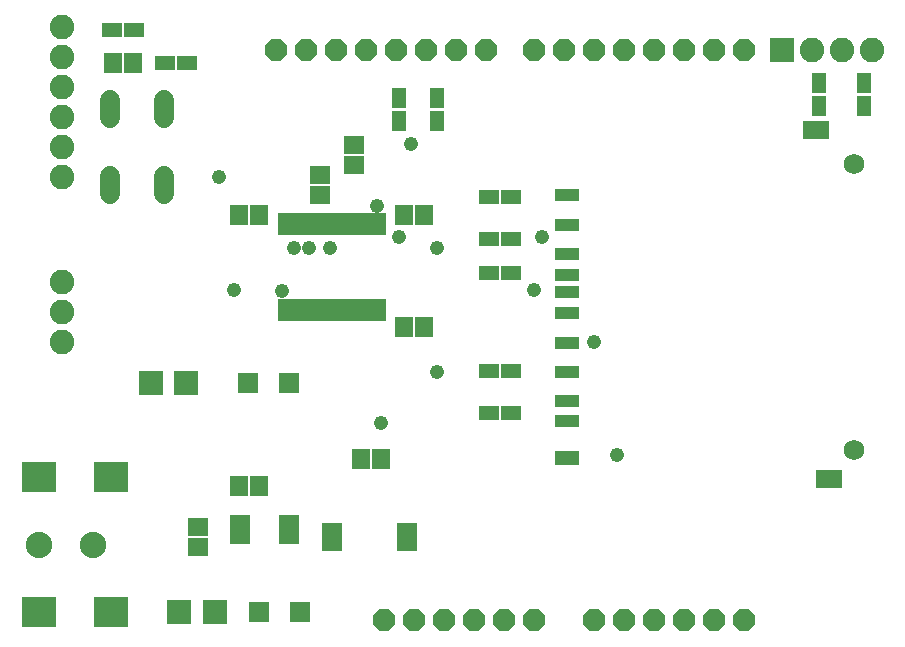
<source format=gts>
G75*
%MOIN*%
%OFA0B0*%
%FSLAX24Y24*%
%IPPOS*%
%LPD*%
%AMOC8*
5,1,8,0,0,1.08239X$1,22.5*
%
%ADD10R,0.0592X0.0671*%
%ADD11R,0.0671X0.0592*%
%ADD12R,0.0820X0.0820*%
%ADD13C,0.0820*%
%ADD14R,0.0671X0.0946*%
%ADD15R,0.0671X0.0671*%
%ADD16R,0.0789X0.0789*%
%ADD17R,0.0671X0.0474*%
%ADD18R,0.0474X0.0671*%
%ADD19C,0.0680*%
%ADD20OC8,0.0740*%
%ADD21R,0.0250X0.0740*%
%ADD22R,0.0700X0.0190*%
%ADD23R,0.0789X0.0434*%
%ADD24R,0.0867X0.0631*%
%ADD25R,0.0789X0.0513*%
%ADD26C,0.0690*%
%ADD27R,0.1182X0.1025*%
%ADD28C,0.0880*%
%ADD29C,0.0476*%
D10*
X008774Y006050D03*
X009443Y006050D03*
X012824Y006950D03*
X013493Y006950D03*
X014274Y011350D03*
X014943Y011350D03*
X014943Y015100D03*
X014274Y015100D03*
X009443Y015100D03*
X008774Y015100D03*
X005243Y020150D03*
X004574Y020150D03*
D11*
X011459Y016435D03*
X011459Y015765D03*
X012609Y016765D03*
X012609Y017435D03*
X007409Y004685D03*
X007409Y004015D03*
D12*
X026859Y020600D03*
D13*
X027859Y020600D03*
X028859Y020600D03*
X029859Y020600D03*
X002859Y020350D03*
X002859Y019350D03*
X002859Y018350D03*
X002859Y017350D03*
X002859Y016350D03*
X002859Y012850D03*
X002859Y011850D03*
X002859Y010850D03*
X002859Y021350D03*
D14*
X011868Y004350D03*
X014349Y004350D03*
D15*
X010797Y001850D03*
X009420Y001850D03*
X009070Y009500D03*
X010447Y009500D03*
D16*
X006999Y009500D03*
X005818Y009500D03*
X006768Y001850D03*
X007949Y001850D03*
D17*
X017088Y008500D03*
X017829Y008500D03*
X017829Y009900D03*
X017088Y009900D03*
X017088Y013150D03*
X017829Y013150D03*
X017829Y014300D03*
X017088Y014300D03*
X017088Y015700D03*
X017829Y015700D03*
X007029Y020150D03*
X006288Y020150D03*
X005279Y021250D03*
X004538Y021250D03*
D18*
X014109Y018970D03*
X014109Y018230D03*
X015359Y018230D03*
X015359Y018970D03*
X028109Y018730D03*
X028109Y019470D03*
X029609Y019470D03*
X029609Y018730D03*
D19*
X006249Y018930D02*
X006249Y018330D01*
X004469Y018330D02*
X004469Y018930D01*
X004469Y016370D02*
X004469Y015770D01*
X006249Y015770D02*
X006249Y016370D01*
D20*
X010009Y020600D03*
X011009Y020600D03*
X012009Y020600D03*
X013009Y020600D03*
X014009Y020600D03*
X015009Y020600D03*
X016009Y020600D03*
X017009Y020600D03*
X018609Y020600D03*
X019609Y020600D03*
X020609Y020600D03*
X021609Y020600D03*
X022609Y020600D03*
X023609Y020600D03*
X024609Y020600D03*
X025609Y020600D03*
X025609Y001600D03*
X024609Y001600D03*
X023609Y001600D03*
X022609Y001600D03*
X021609Y001600D03*
X020609Y001600D03*
X018609Y001600D03*
X017609Y001600D03*
X016609Y001600D03*
X015609Y001600D03*
X014609Y001600D03*
X013609Y001600D03*
D21*
X013522Y011926D03*
X013266Y011926D03*
X013010Y011926D03*
X012754Y011926D03*
X012498Y011926D03*
X012242Y011926D03*
X011986Y011926D03*
X011731Y011926D03*
X011475Y011926D03*
X011219Y011926D03*
X010963Y011926D03*
X010707Y011926D03*
X010451Y011926D03*
X010195Y011926D03*
X010195Y014774D03*
X010451Y014774D03*
X010707Y014774D03*
X010963Y014774D03*
X011219Y014774D03*
X011475Y014774D03*
X011731Y014774D03*
X011986Y014774D03*
X012242Y014774D03*
X012498Y014774D03*
X012754Y014774D03*
X013010Y014774D03*
X013266Y014774D03*
X013522Y014774D03*
D22*
X010434Y004994D03*
X010434Y004797D03*
X010434Y004600D03*
X010434Y004403D03*
X010434Y004206D03*
X008784Y004206D03*
X008784Y004403D03*
X008784Y004600D03*
X008784Y004797D03*
X008784Y004994D03*
D23*
X019715Y008222D03*
X019715Y008891D03*
X019715Y009844D03*
X019715Y010828D03*
X019715Y011813D03*
X019715Y012502D03*
X019715Y013092D03*
X019715Y013781D03*
X019715Y014765D03*
X019715Y015750D03*
D24*
X027983Y017907D03*
X028435Y006293D03*
D25*
X019715Y006982D03*
D26*
X029282Y007250D03*
X029282Y016801D03*
D27*
X002109Y001856D03*
X004510Y001856D03*
X004510Y006344D03*
X002109Y006344D03*
D28*
X002109Y004100D03*
X003909Y004100D03*
D29*
X013509Y008150D03*
X015359Y009850D03*
X018609Y012600D03*
X018859Y014350D03*
X015359Y014000D03*
X014109Y014350D03*
X013359Y015400D03*
X011809Y014000D03*
X011109Y014000D03*
X010609Y014000D03*
X010209Y012550D03*
X008609Y012600D03*
X008109Y016350D03*
X014509Y017450D03*
X020609Y010850D03*
X021359Y007100D03*
M02*

</source>
